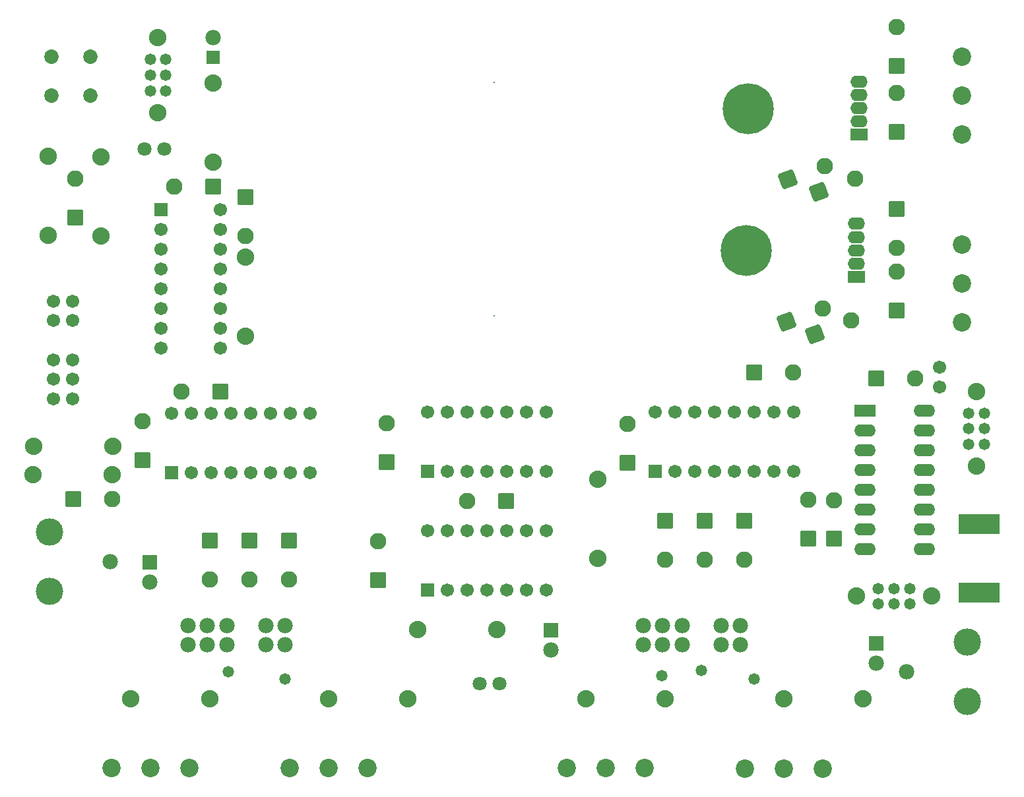
<source format=gbs>
G04*
G04 #@! TF.GenerationSoftware,Altium Limited,Altium Designer,20.1.11 (218)*
G04*
G04 Layer_Color=16711935*
%FSLAX23Y23*%
%MOIN*%
G70*
G04*
G04 #@! TF.SameCoordinates,61B52F32-3D36-43F7-9E25-D9CFD543C360*
G04*
G04*
G04 #@! TF.FilePolarity,Negative*
G04*
G01*
G75*
%ADD21R,0.208X0.103*%
G04:AMPARAMS|DCode=23|XSize=83mil|YSize=83mil|CornerRadius=13mil|HoleSize=0mil|Usage=FLASHONLY|Rotation=270.000|XOffset=0mil|YOffset=0mil|HoleType=Round|Shape=RoundedRectangle|*
%AMROUNDEDRECTD23*
21,1,0.083,0.056,0,0,270.0*
21,1,0.056,0.083,0,0,270.0*
1,1,0.027,-0.028,-0.028*
1,1,0.027,-0.028,0.028*
1,1,0.027,0.028,0.028*
1,1,0.027,0.028,-0.028*
%
%ADD23ROUNDEDRECTD23*%
%ADD24C,0.083*%
G04:AMPARAMS|DCode=25|XSize=83mil|YSize=83mil|CornerRadius=13mil|HoleSize=0mil|Usage=FLASHONLY|Rotation=180.000|XOffset=0mil|YOffset=0mil|HoleType=Round|Shape=RoundedRectangle|*
%AMROUNDEDRECTD25*
21,1,0.083,0.056,0,0,180.0*
21,1,0.056,0.083,0,0,180.0*
1,1,0.027,-0.028,0.028*
1,1,0.027,0.028,0.028*
1,1,0.027,0.028,-0.028*
1,1,0.027,-0.028,-0.028*
%
%ADD25ROUNDEDRECTD25*%
%ADD26C,0.088*%
%ADD27C,0.067*%
%ADD28R,0.067X0.067*%
%ADD29R,0.108X0.063*%
%ADD30O,0.108X0.063*%
%ADD31C,0.138*%
%ADD32C,0.078*%
%ADD33C,0.058*%
%ADD34R,0.087X0.063*%
%ADD35O,0.087X0.063*%
%ADD36C,0.258*%
%ADD37C,0.008*%
%ADD38C,0.093*%
%ADD39C,0.071*%
%ADD40R,0.071X0.071*%
G04:AMPARAMS|DCode=41|XSize=83mil|YSize=83mil|CornerRadius=13mil|HoleSize=0mil|Usage=FLASHONLY|Rotation=20.000|XOffset=0mil|YOffset=0mil|HoleType=Round|Shape=RoundedRectangle|*
%AMROUNDEDRECTD41*
21,1,0.083,0.056,0,0,20.0*
21,1,0.056,0.083,0,0,20.0*
1,1,0.027,0.036,-0.017*
1,1,0.027,-0.017,-0.036*
1,1,0.027,-0.036,0.017*
1,1,0.027,0.017,0.036*
%
%ADD41ROUNDEDRECTD41*%
%ADD42R,0.078X0.078*%
%ADD43R,0.067X0.067*%
%ADD44C,0.073*%
D21*
X5589Y2382D02*
D03*
X5589Y2036D02*
D03*
D23*
X1880Y4036D02*
D03*
X4723Y2309D02*
D03*
X4854Y2308D02*
D03*
X5172Y4700D02*
D03*
X5171Y3975D02*
D03*
X1361Y2705D02*
D03*
X5170Y4367D02*
D03*
X5170Y3462D02*
D03*
X3810Y2692D02*
D03*
X2595Y2697D02*
D03*
X2550Y2099D02*
D03*
X1021Y3932D02*
D03*
X1700Y2298D02*
D03*
X1900Y2298D02*
D03*
X2100Y2298D02*
D03*
X4000Y2398D02*
D03*
X4200Y2398D02*
D03*
X4400Y2398D02*
D03*
D24*
X1880Y3839D02*
D03*
X1521Y4089D02*
D03*
X1207Y2508D02*
D03*
X4723Y2505D02*
D03*
X4854Y2504D02*
D03*
X5172Y4896D02*
D03*
X5171Y3779D02*
D03*
X1361Y2901D02*
D03*
X4797Y3474D02*
D03*
X4940Y3411D02*
D03*
X5170Y4563D02*
D03*
X4960Y4129D02*
D03*
X4806Y4193D02*
D03*
X5170Y3658D02*
D03*
X5263Y3120D02*
D03*
X3810Y2888D02*
D03*
X2595Y2893D02*
D03*
X2550Y2295D02*
D03*
X1021Y4128D02*
D03*
X3002Y2500D02*
D03*
X1558Y3051D02*
D03*
X1700Y2102D02*
D03*
X1900Y2102D02*
D03*
X2100Y2102D02*
D03*
X4648Y3150D02*
D03*
X4000Y2202D02*
D03*
X4200Y2202D02*
D03*
X4400Y2202D02*
D03*
D25*
X1718Y4089D02*
D03*
X1010Y2508D02*
D03*
X5067Y3120D02*
D03*
X3198Y2500D02*
D03*
X1754Y3051D02*
D03*
X4452Y3150D02*
D03*
D26*
X1880Y3333D02*
D03*
X1880Y3733D02*
D03*
X811Y2775D02*
D03*
X1211Y2775D02*
D03*
X1208Y2632D02*
D03*
X808Y2632D02*
D03*
X5346Y2018D02*
D03*
X4968Y2018D02*
D03*
X5574Y2676D02*
D03*
X5574Y3054D02*
D03*
X1439Y4463D02*
D03*
X1439Y4841D02*
D03*
X1719Y4213D02*
D03*
X1719Y4613D02*
D03*
X1150Y3840D02*
D03*
X1150Y4240D02*
D03*
X884Y4241D02*
D03*
X884Y3841D02*
D03*
X3660Y2210D02*
D03*
X3660Y2610D02*
D03*
X3150Y1850D02*
D03*
X2750Y1850D02*
D03*
X2300Y1500D02*
D03*
X2700Y1500D02*
D03*
X1700Y1500D02*
D03*
X1300Y1500D02*
D03*
X3600Y1500D02*
D03*
X4000Y1500D02*
D03*
X4600Y1500D02*
D03*
X5000Y1500D02*
D03*
D27*
X1754Y3271D02*
D03*
X1754Y3371D02*
D03*
X1754Y3471D02*
D03*
X1754Y3571D02*
D03*
X1754Y3671D02*
D03*
X1754Y3771D02*
D03*
X1754Y3871D02*
D03*
X1754Y3971D02*
D03*
X1454Y3271D02*
D03*
X1454Y3371D02*
D03*
X1454Y3471D02*
D03*
X1454Y3571D02*
D03*
X1454Y3671D02*
D03*
X1454Y3771D02*
D03*
X1454Y3871D02*
D03*
X910Y3017D02*
D03*
X910Y3115D02*
D03*
X910Y3214D02*
D03*
X910Y3411D02*
D03*
X910Y3509D02*
D03*
X1008Y3017D02*
D03*
X1008Y3115D02*
D03*
X1008Y3214D02*
D03*
X1008Y3411D02*
D03*
X1008Y3509D02*
D03*
X5388Y3177D02*
D03*
X5388Y3077D02*
D03*
X4050Y2650D02*
D03*
X4150Y2650D02*
D03*
X4250Y2650D02*
D03*
X4350Y2650D02*
D03*
X4450Y2650D02*
D03*
X4550Y2650D02*
D03*
X4650Y2650D02*
D03*
X3950Y2950D02*
D03*
X4050Y2950D02*
D03*
X4150Y2950D02*
D03*
X4250Y2950D02*
D03*
X4350Y2950D02*
D03*
X4450Y2950D02*
D03*
X4550Y2950D02*
D03*
X4650Y2950D02*
D03*
X3400Y2950D02*
D03*
X3300Y2950D02*
D03*
X3200Y2950D02*
D03*
X3100Y2950D02*
D03*
X3000Y2950D02*
D03*
X2900Y2950D02*
D03*
X2800Y2950D02*
D03*
X3400Y2650D02*
D03*
X3300Y2650D02*
D03*
X3200Y2650D02*
D03*
X3100Y2650D02*
D03*
X3000Y2650D02*
D03*
X2900Y2650D02*
D03*
X1606Y2643D02*
D03*
X1706Y2643D02*
D03*
X1806Y2643D02*
D03*
X1906Y2643D02*
D03*
X2006Y2643D02*
D03*
X2106Y2643D02*
D03*
X2206Y2643D02*
D03*
X1506Y2943D02*
D03*
X1606Y2943D02*
D03*
X1706Y2943D02*
D03*
X1806Y2943D02*
D03*
X1906Y2943D02*
D03*
X2006Y2943D02*
D03*
X2106Y2943D02*
D03*
X2206Y2943D02*
D03*
X3400Y2350D02*
D03*
X3300Y2350D02*
D03*
X3200Y2350D02*
D03*
X3100Y2350D02*
D03*
X3000Y2350D02*
D03*
X2900Y2350D02*
D03*
X2800Y2350D02*
D03*
X3400Y2050D02*
D03*
X3300Y2050D02*
D03*
X3200Y2050D02*
D03*
X3100Y2050D02*
D03*
X3000Y2050D02*
D03*
X2900Y2050D02*
D03*
D28*
X1454Y3971D02*
D03*
D29*
X5012Y2956D02*
D03*
D30*
X5012Y2856D02*
D03*
X5012Y2756D02*
D03*
X5012Y2656D02*
D03*
X5012Y2556D02*
D03*
X5012Y2456D02*
D03*
X5012Y2356D02*
D03*
X5012Y2256D02*
D03*
X5312Y2956D02*
D03*
X5312Y2856D02*
D03*
X5312Y2756D02*
D03*
X5312Y2656D02*
D03*
X5312Y2556D02*
D03*
X5312Y2456D02*
D03*
X5312Y2356D02*
D03*
X5312Y2256D02*
D03*
D31*
X890Y2043D02*
D03*
X890Y2342D02*
D03*
X5528Y1786D02*
D03*
X5528Y1487D02*
D03*
D32*
X1197Y2192D02*
D03*
X5221Y1637D02*
D03*
X1719Y4841D02*
D03*
X3425Y1745D02*
D03*
X5067Y1680D02*
D03*
X1397Y2088D02*
D03*
X1590Y1870D02*
D03*
X1688Y1870D02*
D03*
X1787Y1870D02*
D03*
X1984Y1870D02*
D03*
X2082Y1870D02*
D03*
X1590Y1772D02*
D03*
X1688Y1772D02*
D03*
X1787Y1772D02*
D03*
X1984Y1772D02*
D03*
X2082Y1772D02*
D03*
X3890Y1870D02*
D03*
X3988Y1870D02*
D03*
X4087Y1870D02*
D03*
X4284Y1870D02*
D03*
X4382Y1870D02*
D03*
X3890Y1772D02*
D03*
X3988Y1772D02*
D03*
X4087Y1772D02*
D03*
X4284Y1772D02*
D03*
X4382Y1772D02*
D03*
D33*
X5236Y1979D02*
D03*
X5157Y1979D02*
D03*
X5078Y1979D02*
D03*
X5236Y2057D02*
D03*
X5157Y2057D02*
D03*
X5078Y2057D02*
D03*
X5535Y2786D02*
D03*
X5535Y2865D02*
D03*
X5535Y2944D02*
D03*
X5613Y2786D02*
D03*
X5613Y2865D02*
D03*
X5613Y2944D02*
D03*
X1400Y4573D02*
D03*
X1400Y4652D02*
D03*
X1400Y4731D02*
D03*
X1478Y4573D02*
D03*
X1478Y4652D02*
D03*
X1478Y4731D02*
D03*
X4451Y1599D02*
D03*
X4183Y1642D02*
D03*
X3985Y1616D02*
D03*
X1795Y1635D02*
D03*
X2080Y1600D02*
D03*
D34*
X4969Y3633D02*
D03*
X4980Y4351D02*
D03*
D35*
X4969Y3700D02*
D03*
X4969Y3767D02*
D03*
X4969Y3834D02*
D03*
X4969Y3901D02*
D03*
X4980Y4619D02*
D03*
X4980Y4552D02*
D03*
X4980Y4485D02*
D03*
X4980Y4418D02*
D03*
D36*
X4411Y3767D02*
D03*
X4422Y4484D02*
D03*
D37*
X3137Y4617D02*
D03*
X3137Y3435D02*
D03*
D38*
X4403Y1145D02*
D03*
X4600Y1145D02*
D03*
X4797Y1145D02*
D03*
X5500Y4747D02*
D03*
X5500Y4550D02*
D03*
X5500Y4353D02*
D03*
X5500Y3797D02*
D03*
X5500Y3600D02*
D03*
X5500Y3403D02*
D03*
X2497Y1150D02*
D03*
X2300Y1150D02*
D03*
X2103Y1150D02*
D03*
X1597Y1150D02*
D03*
X1400Y1150D02*
D03*
X1203Y1150D02*
D03*
X3897Y1150D02*
D03*
X3700Y1150D02*
D03*
X3503Y1150D02*
D03*
D39*
X1472Y4278D02*
D03*
X1372Y4278D02*
D03*
X3165Y1575D02*
D03*
X3065Y1575D02*
D03*
D40*
X1719Y4741D02*
D03*
D41*
X4613Y3406D02*
D03*
X4756Y3343D02*
D03*
X4776Y4061D02*
D03*
X4622Y4125D02*
D03*
D42*
X3425Y1845D02*
D03*
X5067Y1780D02*
D03*
X1397Y2188D02*
D03*
D43*
X3950Y2650D02*
D03*
X2800Y2650D02*
D03*
X1506Y2643D02*
D03*
X2800Y2050D02*
D03*
D44*
X900Y4746D02*
D03*
X1097Y4746D02*
D03*
X1097Y4549D02*
D03*
X900Y4549D02*
D03*
M02*

</source>
